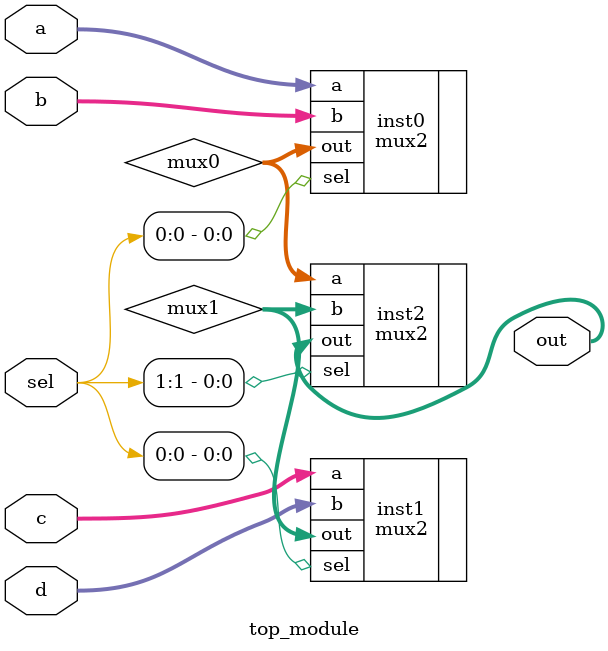
<source format=v>
/*module mux2 (
    input sel,
    input [7:0] a,
    input [7:0] b,
    output [7:0] out
);
*/
module top_module (
    input [1:0] sel,
    input [7:0] a,
    input [7:0] b,
    input [7:0] c,
    input [7:0] d,
    output [7:0] out  ); //

    wire [7:0]mux0;
    wire [7:0]mux1;
    //mux2 mux0 ( sel[0],    a,    b, mux0 );
    //mux2 mux1 ( sel[1],    c,    d, mux1 );
    //mux2 mux2 ( sel[1], mux0, mux1,  out );
    mux2 inst0(
        .sel(sel[0]),
        .a(a),
        .b(b),
        .out(mux0)
        );
    mux2 inst1(
    .sel(sel[0]),
    .a(c),
    .b(d),
    .out(mux1)
    );
    mux2 inst2(
    .sel(sel[1]),
    .a(mux0),
    .b(mux1),
    .out(out)
    );
endmodule


</source>
